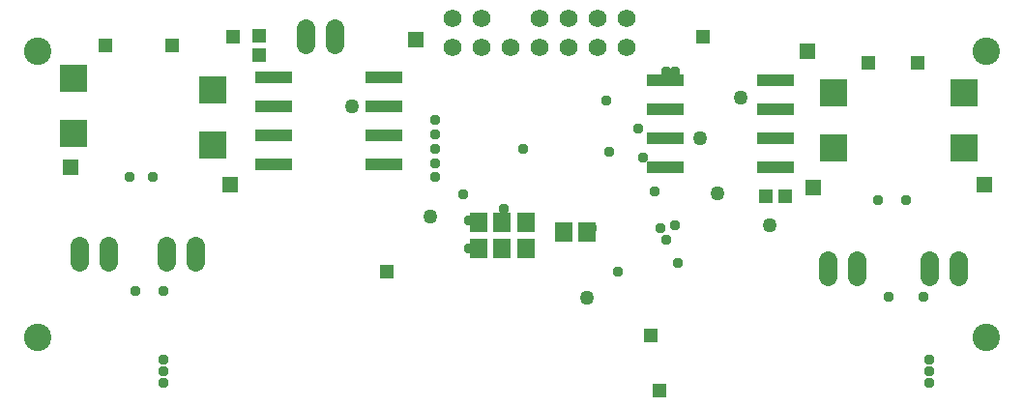
<source format=gbs>
G75*
G70*
%OFA0B0*%
%FSLAX24Y24*%
%IPPOS*%
%LPD*%
%AMOC8*
5,1,8,0,0,1.08239X$1,22.5*
%
%ADD10C,0.0946*%
%ADD11C,0.0620*%
%ADD12R,0.0631X0.0671*%
%ADD13R,0.1261X0.0395*%
%ADD14R,0.0474X0.0513*%
%ADD15R,0.0513X0.0474*%
%ADD16C,0.0620*%
%ADD17R,0.0930X0.0970*%
%ADD18R,0.0552X0.0552*%
%ADD19R,0.0496X0.0496*%
%ADD20C,0.0377*%
%ADD21C,0.0496*%
D10*
X027294Y005832D03*
X027294Y015675D03*
X059972Y015675D03*
X059972Y005832D03*
D11*
X047584Y015807D03*
X046584Y015807D03*
X045584Y015807D03*
X044584Y015807D03*
X043584Y015807D03*
X042584Y015807D03*
X041584Y015807D03*
X041584Y016807D03*
X042584Y016807D03*
X044584Y016807D03*
X045584Y016807D03*
X046584Y016807D03*
X047584Y016807D03*
D12*
X044099Y009791D03*
X043292Y009791D03*
X042485Y009791D03*
X042485Y008891D03*
X043292Y008891D03*
X044099Y008891D03*
X045399Y009437D03*
X046206Y009437D03*
D13*
X048917Y011702D03*
X048917Y012702D03*
X048917Y013702D03*
X048917Y014702D03*
X052697Y014702D03*
X052697Y013702D03*
X052697Y012702D03*
X052697Y011702D03*
X039197Y011802D03*
X039197Y012802D03*
X039197Y013802D03*
X039197Y014802D03*
X035417Y014802D03*
X035417Y013802D03*
X035417Y012802D03*
X035417Y011802D03*
D14*
X034907Y015567D03*
X034907Y016236D03*
D15*
X052372Y010702D03*
X053042Y010702D03*
D16*
X054507Y008472D02*
X054507Y007932D01*
X055507Y007932D02*
X055507Y008472D01*
X058007Y008472D02*
X058007Y007932D01*
X059007Y007932D02*
X059007Y008472D01*
X037507Y015932D02*
X037507Y016472D01*
X036507Y016472D02*
X036507Y015932D01*
X032707Y008972D02*
X032707Y008432D01*
X031707Y008432D02*
X031707Y008972D01*
X029707Y008972D02*
X029707Y008432D01*
X028707Y008432D02*
X028707Y008972D01*
D17*
X033307Y012442D03*
X033307Y014362D03*
X028507Y014762D03*
X028507Y012842D03*
X054707Y012342D03*
X054707Y014262D03*
X059207Y014262D03*
X059207Y012342D03*
D18*
X059907Y011102D03*
X054007Y011002D03*
X053807Y015702D03*
X040307Y016102D03*
X033907Y011102D03*
X028407Y011702D03*
D19*
X029607Y015902D03*
X031907Y015902D03*
X034007Y016202D03*
X050207Y016202D03*
X055907Y015302D03*
X057607Y015302D03*
X039307Y008102D03*
X048407Y005902D03*
X048707Y004002D03*
D20*
X056625Y007210D03*
X057806Y007210D03*
X058003Y005045D03*
X058003Y004651D03*
X058003Y004258D03*
X049342Y008391D03*
X048948Y009179D03*
X048751Y009573D03*
X049243Y009671D03*
X046389Y009573D03*
X047275Y008096D03*
X043338Y010262D03*
X042157Y009868D03*
X041960Y010754D03*
X040976Y011344D03*
X040976Y011836D03*
X040976Y012329D03*
X040976Y012821D03*
X040976Y013313D03*
X044027Y012329D03*
X046980Y012230D03*
X048161Y012033D03*
X047964Y013017D03*
X046881Y014002D03*
X048948Y014986D03*
X049243Y014986D03*
X048554Y010852D03*
X042157Y008884D03*
X031625Y007407D03*
X030641Y007407D03*
X031625Y005045D03*
X031625Y004651D03*
X031625Y004258D03*
X031231Y011344D03*
X030444Y011344D03*
X056231Y010557D03*
X057216Y010557D03*
D21*
X052507Y009702D03*
X050707Y010802D03*
X050107Y012702D03*
X051507Y014102D03*
X040807Y010002D03*
X046207Y007202D03*
X038107Y013802D03*
M02*

</source>
